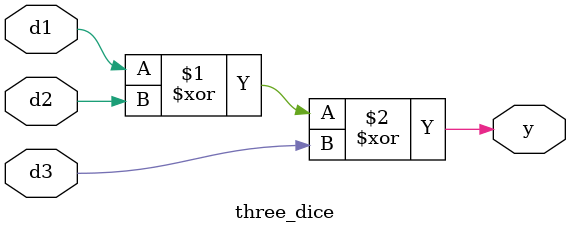
<source format=v>

`timescale 1ns / 1ps


module three_dice(
    output y,
    input d1,
    input d2,
    input d3
    );
    
    assign y=d1^d2^d3;
    
endmodule




</source>
